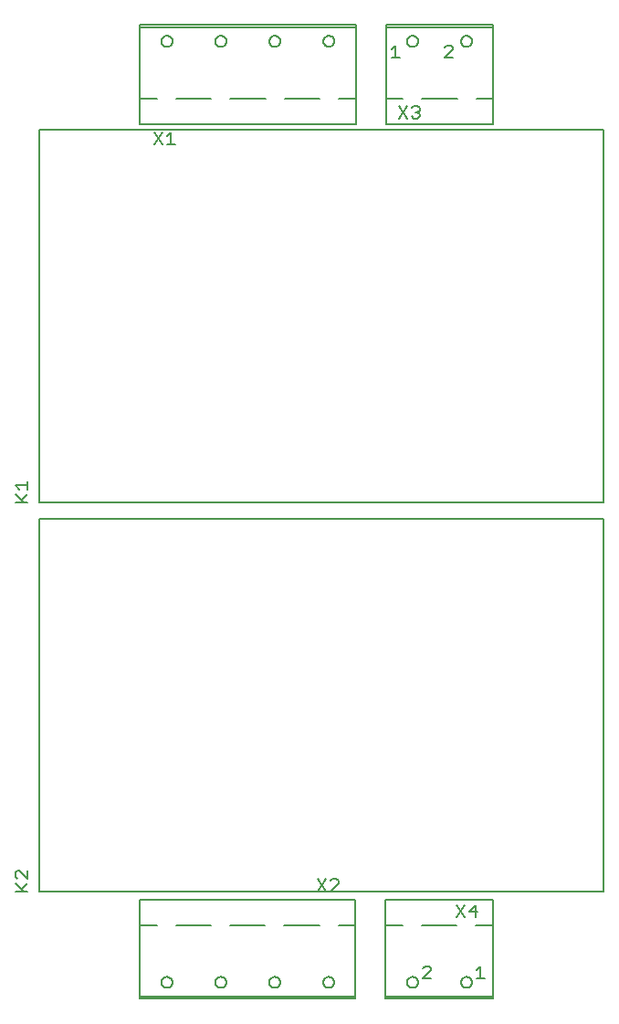
<source format=gto>
G75*
%MOIN*%
%OFA0B0*%
%FSLAX24Y24*%
%IPPOS*%
%LPD*%
%AMOC8*
5,1,8,0,0,1.08239X$1,22.5*
%
%ADD10C,0.0050*%
%ADD11C,0.0060*%
D10*
X000291Y004255D02*
X000742Y004255D01*
X000592Y004255D02*
X000291Y004555D01*
X000366Y004715D02*
X000291Y004790D01*
X000291Y004941D01*
X000366Y005016D01*
X000441Y005016D01*
X000742Y004715D01*
X000742Y005016D01*
X000742Y004555D02*
X000516Y004330D01*
X001157Y004230D02*
X001157Y017830D01*
X021757Y017830D01*
X021757Y004230D01*
X001157Y004230D01*
X001157Y018430D02*
X001157Y032030D01*
X021757Y032030D01*
X021757Y018430D01*
X001157Y018430D01*
X000742Y018455D02*
X000291Y018455D01*
X000516Y018530D02*
X000742Y018755D01*
X000742Y018915D02*
X000742Y019216D01*
X000742Y019066D02*
X000291Y019066D01*
X000441Y018915D01*
X000291Y018755D02*
X000592Y018455D01*
X005359Y031495D02*
X005659Y031945D01*
X005819Y031795D02*
X005969Y031945D01*
X005969Y031495D01*
X005819Y031495D02*
X006120Y031495D01*
X005659Y031495D02*
X005359Y031945D01*
X014017Y034675D02*
X014318Y034675D01*
X014168Y034675D02*
X014168Y035125D01*
X014017Y034975D01*
X014287Y032905D02*
X014588Y032455D01*
X014748Y032530D02*
X014823Y032455D01*
X014973Y032455D01*
X015048Y032530D01*
X015048Y032605D01*
X014973Y032680D01*
X014898Y032680D01*
X014973Y032680D02*
X015048Y032755D01*
X015048Y032830D01*
X014973Y032905D01*
X014823Y032905D01*
X014748Y032830D01*
X014588Y032905D02*
X014287Y032455D01*
X015967Y034675D02*
X016268Y034975D01*
X016268Y035050D01*
X016193Y035125D01*
X016042Y035125D01*
X015967Y035050D01*
X015967Y034675D02*
X016268Y034675D01*
X012009Y004705D02*
X011859Y004705D01*
X011784Y004630D01*
X011624Y004705D02*
X011324Y004255D01*
X011624Y004255D02*
X011324Y004705D01*
X011784Y004255D02*
X012084Y004555D01*
X012084Y004630D01*
X012009Y004705D01*
X012084Y004255D02*
X011784Y004255D01*
X015176Y001450D02*
X015251Y001525D01*
X015401Y001525D01*
X015476Y001450D01*
X015476Y001375D01*
X015176Y001075D01*
X015476Y001075D01*
X017126Y001075D02*
X017426Y001075D01*
X017276Y001075D02*
X017276Y001525D01*
X017126Y001375D01*
X017081Y003295D02*
X017081Y003745D01*
X016856Y003520D01*
X017156Y003520D01*
X016695Y003295D02*
X016395Y003745D01*
X016695Y003745D02*
X016395Y003295D01*
D11*
X016411Y003010D02*
X015141Y003010D01*
X014441Y003010D02*
X013811Y003010D01*
X013811Y000410D01*
X017741Y000410D01*
X017741Y000330D01*
X013811Y000330D01*
X013811Y000410D01*
X014591Y000930D02*
X014593Y000958D01*
X014599Y000985D01*
X014608Y001011D01*
X014621Y001036D01*
X014638Y001059D01*
X014657Y001079D01*
X014679Y001096D01*
X014703Y001110D01*
X014729Y001120D01*
X014756Y001127D01*
X014784Y001130D01*
X014812Y001129D01*
X014839Y001124D01*
X014866Y001115D01*
X014891Y001103D01*
X014914Y001088D01*
X014935Y001069D01*
X014953Y001048D01*
X014968Y001024D01*
X014979Y000998D01*
X014987Y000972D01*
X014991Y000944D01*
X014991Y000916D01*
X014987Y000888D01*
X014979Y000862D01*
X014968Y000836D01*
X014953Y000812D01*
X014935Y000791D01*
X014914Y000772D01*
X014891Y000757D01*
X014866Y000745D01*
X014839Y000736D01*
X014812Y000731D01*
X014784Y000730D01*
X014756Y000733D01*
X014729Y000740D01*
X014703Y000750D01*
X014679Y000764D01*
X014657Y000781D01*
X014638Y000801D01*
X014621Y000824D01*
X014608Y000849D01*
X014599Y000875D01*
X014593Y000902D01*
X014591Y000930D01*
X013811Y003010D02*
X013811Y003950D01*
X017741Y003950D01*
X017741Y003010D01*
X017741Y000410D01*
X016561Y000930D02*
X016563Y000958D01*
X016569Y000985D01*
X016578Y001011D01*
X016591Y001036D01*
X016608Y001059D01*
X016627Y001079D01*
X016649Y001096D01*
X016673Y001110D01*
X016699Y001120D01*
X016726Y001127D01*
X016754Y001130D01*
X016782Y001129D01*
X016809Y001124D01*
X016836Y001115D01*
X016861Y001103D01*
X016884Y001088D01*
X016905Y001069D01*
X016923Y001048D01*
X016938Y001024D01*
X016949Y000998D01*
X016957Y000972D01*
X016961Y000944D01*
X016961Y000916D01*
X016957Y000888D01*
X016949Y000862D01*
X016938Y000836D01*
X016923Y000812D01*
X016905Y000791D01*
X016884Y000772D01*
X016861Y000757D01*
X016836Y000745D01*
X016809Y000736D01*
X016782Y000731D01*
X016754Y000730D01*
X016726Y000733D01*
X016699Y000740D01*
X016673Y000750D01*
X016649Y000764D01*
X016627Y000781D01*
X016608Y000801D01*
X016591Y000824D01*
X016578Y000849D01*
X016569Y000875D01*
X016563Y000902D01*
X016561Y000930D01*
X017111Y003010D02*
X017741Y003010D01*
X012709Y003010D02*
X012709Y000410D01*
X012709Y000330D01*
X004839Y000330D01*
X004839Y000410D01*
X004839Y003010D01*
X004839Y003950D01*
X012709Y003950D01*
X012709Y003010D01*
X012079Y003010D01*
X011379Y003010D02*
X010109Y003010D01*
X009409Y003010D02*
X008139Y003010D01*
X007439Y003010D02*
X006170Y003010D01*
X005470Y003010D02*
X004839Y003010D01*
X005619Y000930D02*
X005621Y000958D01*
X005627Y000985D01*
X005636Y001011D01*
X005649Y001036D01*
X005666Y001059D01*
X005685Y001079D01*
X005707Y001096D01*
X005731Y001110D01*
X005757Y001120D01*
X005784Y001127D01*
X005812Y001130D01*
X005840Y001129D01*
X005867Y001124D01*
X005894Y001115D01*
X005919Y001103D01*
X005942Y001088D01*
X005963Y001069D01*
X005981Y001048D01*
X005996Y001024D01*
X006007Y000998D01*
X006015Y000972D01*
X006019Y000944D01*
X006019Y000916D01*
X006015Y000888D01*
X006007Y000862D01*
X005996Y000836D01*
X005981Y000812D01*
X005963Y000791D01*
X005942Y000772D01*
X005919Y000757D01*
X005894Y000745D01*
X005867Y000736D01*
X005840Y000731D01*
X005812Y000730D01*
X005784Y000733D01*
X005757Y000740D01*
X005731Y000750D01*
X005707Y000764D01*
X005685Y000781D01*
X005666Y000801D01*
X005649Y000824D01*
X005636Y000849D01*
X005627Y000875D01*
X005621Y000902D01*
X005619Y000930D01*
X004839Y000410D02*
X012709Y000410D01*
X011529Y000930D02*
X011531Y000958D01*
X011537Y000985D01*
X011546Y001011D01*
X011559Y001036D01*
X011576Y001059D01*
X011595Y001079D01*
X011617Y001096D01*
X011641Y001110D01*
X011667Y001120D01*
X011694Y001127D01*
X011722Y001130D01*
X011750Y001129D01*
X011777Y001124D01*
X011804Y001115D01*
X011829Y001103D01*
X011852Y001088D01*
X011873Y001069D01*
X011891Y001048D01*
X011906Y001024D01*
X011917Y000998D01*
X011925Y000972D01*
X011929Y000944D01*
X011929Y000916D01*
X011925Y000888D01*
X011917Y000862D01*
X011906Y000836D01*
X011891Y000812D01*
X011873Y000791D01*
X011852Y000772D01*
X011829Y000757D01*
X011804Y000745D01*
X011777Y000736D01*
X011750Y000731D01*
X011722Y000730D01*
X011694Y000733D01*
X011667Y000740D01*
X011641Y000750D01*
X011617Y000764D01*
X011595Y000781D01*
X011576Y000801D01*
X011559Y000824D01*
X011546Y000849D01*
X011537Y000875D01*
X011531Y000902D01*
X011529Y000930D01*
X009559Y000930D02*
X009561Y000958D01*
X009567Y000985D01*
X009576Y001011D01*
X009589Y001036D01*
X009606Y001059D01*
X009625Y001079D01*
X009647Y001096D01*
X009671Y001110D01*
X009697Y001120D01*
X009724Y001127D01*
X009752Y001130D01*
X009780Y001129D01*
X009807Y001124D01*
X009834Y001115D01*
X009859Y001103D01*
X009882Y001088D01*
X009903Y001069D01*
X009921Y001048D01*
X009936Y001024D01*
X009947Y000998D01*
X009955Y000972D01*
X009959Y000944D01*
X009959Y000916D01*
X009955Y000888D01*
X009947Y000862D01*
X009936Y000836D01*
X009921Y000812D01*
X009903Y000791D01*
X009882Y000772D01*
X009859Y000757D01*
X009834Y000745D01*
X009807Y000736D01*
X009780Y000731D01*
X009752Y000730D01*
X009724Y000733D01*
X009697Y000740D01*
X009671Y000750D01*
X009647Y000764D01*
X009625Y000781D01*
X009606Y000801D01*
X009589Y000824D01*
X009576Y000849D01*
X009567Y000875D01*
X009561Y000902D01*
X009559Y000930D01*
X007589Y000930D02*
X007591Y000958D01*
X007597Y000985D01*
X007606Y001011D01*
X007619Y001036D01*
X007636Y001059D01*
X007655Y001079D01*
X007677Y001096D01*
X007701Y001110D01*
X007727Y001120D01*
X007754Y001127D01*
X007782Y001130D01*
X007810Y001129D01*
X007837Y001124D01*
X007864Y001115D01*
X007889Y001103D01*
X007912Y001088D01*
X007933Y001069D01*
X007951Y001048D01*
X007966Y001024D01*
X007977Y000998D01*
X007985Y000972D01*
X007989Y000944D01*
X007989Y000916D01*
X007985Y000888D01*
X007977Y000862D01*
X007966Y000836D01*
X007951Y000812D01*
X007933Y000791D01*
X007912Y000772D01*
X007889Y000757D01*
X007864Y000745D01*
X007837Y000736D01*
X007810Y000731D01*
X007782Y000730D01*
X007754Y000733D01*
X007727Y000740D01*
X007701Y000750D01*
X007677Y000764D01*
X007655Y000781D01*
X007636Y000801D01*
X007619Y000824D01*
X007606Y000849D01*
X007597Y000875D01*
X007591Y000902D01*
X007589Y000930D01*
X004844Y032250D02*
X004844Y033190D01*
X004844Y035790D01*
X004844Y035870D01*
X012714Y035870D01*
X012714Y035790D01*
X012714Y033190D01*
X012714Y032250D01*
X004844Y032250D01*
X004844Y033190D02*
X005474Y033190D01*
X006174Y033190D02*
X007444Y033190D01*
X008144Y033190D02*
X009414Y033190D01*
X010114Y033190D02*
X011384Y033190D01*
X012084Y033190D02*
X012714Y033190D01*
X013812Y033190D02*
X013812Y032250D01*
X017742Y032250D01*
X017742Y033190D01*
X017742Y035790D01*
X013812Y035790D01*
X013812Y035870D01*
X017742Y035870D01*
X017742Y035790D01*
X016562Y035270D02*
X016564Y035298D01*
X016570Y035325D01*
X016579Y035351D01*
X016592Y035376D01*
X016609Y035399D01*
X016628Y035419D01*
X016650Y035436D01*
X016674Y035450D01*
X016700Y035460D01*
X016727Y035467D01*
X016755Y035470D01*
X016783Y035469D01*
X016810Y035464D01*
X016837Y035455D01*
X016862Y035443D01*
X016885Y035428D01*
X016906Y035409D01*
X016924Y035388D01*
X016939Y035364D01*
X016950Y035338D01*
X016958Y035312D01*
X016962Y035284D01*
X016962Y035256D01*
X016958Y035228D01*
X016950Y035202D01*
X016939Y035176D01*
X016924Y035152D01*
X016906Y035131D01*
X016885Y035112D01*
X016862Y035097D01*
X016837Y035085D01*
X016810Y035076D01*
X016783Y035071D01*
X016755Y035070D01*
X016727Y035073D01*
X016700Y035080D01*
X016674Y035090D01*
X016650Y035104D01*
X016628Y035121D01*
X016609Y035141D01*
X016592Y035164D01*
X016579Y035189D01*
X016570Y035215D01*
X016564Y035242D01*
X016562Y035270D01*
X016412Y033190D02*
X015142Y033190D01*
X014442Y033190D02*
X013812Y033190D01*
X013812Y035790D01*
X014592Y035270D02*
X014594Y035298D01*
X014600Y035325D01*
X014609Y035351D01*
X014622Y035376D01*
X014639Y035399D01*
X014658Y035419D01*
X014680Y035436D01*
X014704Y035450D01*
X014730Y035460D01*
X014757Y035467D01*
X014785Y035470D01*
X014813Y035469D01*
X014840Y035464D01*
X014867Y035455D01*
X014892Y035443D01*
X014915Y035428D01*
X014936Y035409D01*
X014954Y035388D01*
X014969Y035364D01*
X014980Y035338D01*
X014988Y035312D01*
X014992Y035284D01*
X014992Y035256D01*
X014988Y035228D01*
X014980Y035202D01*
X014969Y035176D01*
X014954Y035152D01*
X014936Y035131D01*
X014915Y035112D01*
X014892Y035097D01*
X014867Y035085D01*
X014840Y035076D01*
X014813Y035071D01*
X014785Y035070D01*
X014757Y035073D01*
X014730Y035080D01*
X014704Y035090D01*
X014680Y035104D01*
X014658Y035121D01*
X014639Y035141D01*
X014622Y035164D01*
X014609Y035189D01*
X014600Y035215D01*
X014594Y035242D01*
X014592Y035270D01*
X012714Y035790D02*
X004844Y035790D01*
X005624Y035270D02*
X005626Y035298D01*
X005632Y035325D01*
X005641Y035351D01*
X005654Y035376D01*
X005671Y035399D01*
X005690Y035419D01*
X005712Y035436D01*
X005736Y035450D01*
X005762Y035460D01*
X005789Y035467D01*
X005817Y035470D01*
X005845Y035469D01*
X005872Y035464D01*
X005899Y035455D01*
X005924Y035443D01*
X005947Y035428D01*
X005968Y035409D01*
X005986Y035388D01*
X006001Y035364D01*
X006012Y035338D01*
X006020Y035312D01*
X006024Y035284D01*
X006024Y035256D01*
X006020Y035228D01*
X006012Y035202D01*
X006001Y035176D01*
X005986Y035152D01*
X005968Y035131D01*
X005947Y035112D01*
X005924Y035097D01*
X005899Y035085D01*
X005872Y035076D01*
X005845Y035071D01*
X005817Y035070D01*
X005789Y035073D01*
X005762Y035080D01*
X005736Y035090D01*
X005712Y035104D01*
X005690Y035121D01*
X005671Y035141D01*
X005654Y035164D01*
X005641Y035189D01*
X005632Y035215D01*
X005626Y035242D01*
X005624Y035270D01*
X007594Y035270D02*
X007596Y035298D01*
X007602Y035325D01*
X007611Y035351D01*
X007624Y035376D01*
X007641Y035399D01*
X007660Y035419D01*
X007682Y035436D01*
X007706Y035450D01*
X007732Y035460D01*
X007759Y035467D01*
X007787Y035470D01*
X007815Y035469D01*
X007842Y035464D01*
X007869Y035455D01*
X007894Y035443D01*
X007917Y035428D01*
X007938Y035409D01*
X007956Y035388D01*
X007971Y035364D01*
X007982Y035338D01*
X007990Y035312D01*
X007994Y035284D01*
X007994Y035256D01*
X007990Y035228D01*
X007982Y035202D01*
X007971Y035176D01*
X007956Y035152D01*
X007938Y035131D01*
X007917Y035112D01*
X007894Y035097D01*
X007869Y035085D01*
X007842Y035076D01*
X007815Y035071D01*
X007787Y035070D01*
X007759Y035073D01*
X007732Y035080D01*
X007706Y035090D01*
X007682Y035104D01*
X007660Y035121D01*
X007641Y035141D01*
X007624Y035164D01*
X007611Y035189D01*
X007602Y035215D01*
X007596Y035242D01*
X007594Y035270D01*
X009564Y035270D02*
X009566Y035298D01*
X009572Y035325D01*
X009581Y035351D01*
X009594Y035376D01*
X009611Y035399D01*
X009630Y035419D01*
X009652Y035436D01*
X009676Y035450D01*
X009702Y035460D01*
X009729Y035467D01*
X009757Y035470D01*
X009785Y035469D01*
X009812Y035464D01*
X009839Y035455D01*
X009864Y035443D01*
X009887Y035428D01*
X009908Y035409D01*
X009926Y035388D01*
X009941Y035364D01*
X009952Y035338D01*
X009960Y035312D01*
X009964Y035284D01*
X009964Y035256D01*
X009960Y035228D01*
X009952Y035202D01*
X009941Y035176D01*
X009926Y035152D01*
X009908Y035131D01*
X009887Y035112D01*
X009864Y035097D01*
X009839Y035085D01*
X009812Y035076D01*
X009785Y035071D01*
X009757Y035070D01*
X009729Y035073D01*
X009702Y035080D01*
X009676Y035090D01*
X009652Y035104D01*
X009630Y035121D01*
X009611Y035141D01*
X009594Y035164D01*
X009581Y035189D01*
X009572Y035215D01*
X009566Y035242D01*
X009564Y035270D01*
X011534Y035270D02*
X011536Y035298D01*
X011542Y035325D01*
X011551Y035351D01*
X011564Y035376D01*
X011581Y035399D01*
X011600Y035419D01*
X011622Y035436D01*
X011646Y035450D01*
X011672Y035460D01*
X011699Y035467D01*
X011727Y035470D01*
X011755Y035469D01*
X011782Y035464D01*
X011809Y035455D01*
X011834Y035443D01*
X011857Y035428D01*
X011878Y035409D01*
X011896Y035388D01*
X011911Y035364D01*
X011922Y035338D01*
X011930Y035312D01*
X011934Y035284D01*
X011934Y035256D01*
X011930Y035228D01*
X011922Y035202D01*
X011911Y035176D01*
X011896Y035152D01*
X011878Y035131D01*
X011857Y035112D01*
X011834Y035097D01*
X011809Y035085D01*
X011782Y035076D01*
X011755Y035071D01*
X011727Y035070D01*
X011699Y035073D01*
X011672Y035080D01*
X011646Y035090D01*
X011622Y035104D01*
X011600Y035121D01*
X011581Y035141D01*
X011564Y035164D01*
X011551Y035189D01*
X011542Y035215D01*
X011536Y035242D01*
X011534Y035270D01*
X017112Y033190D02*
X017742Y033190D01*
M02*

</source>
